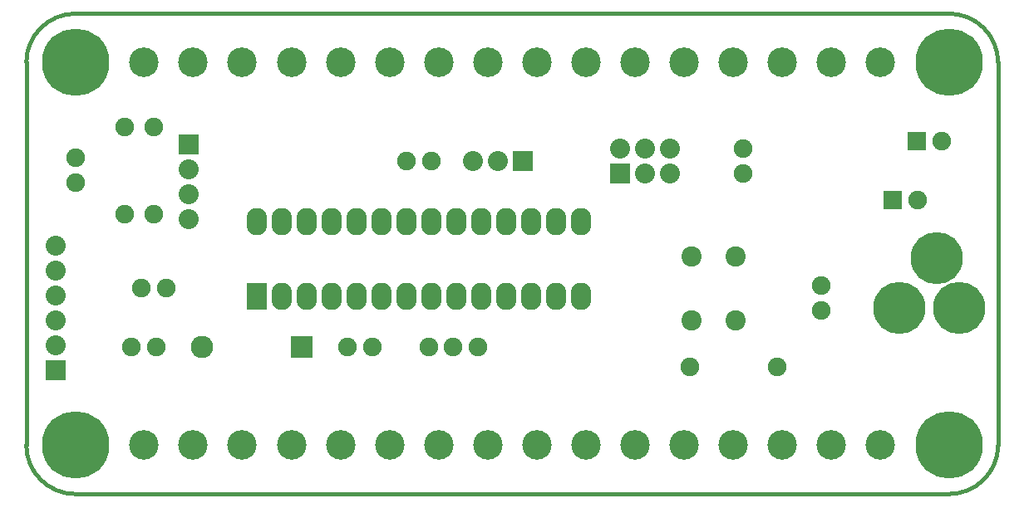
<source format=gbs>
G04 (created by PCBNEW (2013-02-27 BZR 3976)-stable) date 15/04/2013 12:50:54*
%MOIN*%
G04 Gerber Fmt 3.4, Leading zero omitted, Abs format*
%FSLAX34Y34*%
G01*
G70*
G90*
G04 APERTURE LIST*
%ADD10C,3.14961e-006*%
%ADD11C,0.015*%
%ADD12C,0.09*%
%ADD13R,0.09X0.09*%
%ADD14O,0.082X0.11*%
%ADD15R,0.082X0.11*%
%ADD16C,0.075*%
%ADD17R,0.08X0.08*%
%ADD18C,0.08*%
%ADD19R,0.075X0.075*%
%ADD20C,0.1184*%
%ADD21C,0.081*%
%ADD22C,0.209*%
%ADD23C,0.27*%
G04 APERTURE END LIST*
G54D10*
G54D11*
X36407Y-31236D02*
X71446Y-31236D01*
X34438Y-48559D02*
X34438Y-33204D01*
X71446Y-50527D02*
X36407Y-50527D01*
X73414Y-33204D02*
X73414Y-48559D01*
X34438Y-48559D02*
G75*
G03X36407Y-50527I1968J0D01*
G74*
G01*
X71446Y-50527D02*
G75*
G03X73414Y-48559I0J1968D01*
G74*
G01*
X73414Y-33204D02*
G75*
G03X71446Y-31236I-1968J0D01*
G74*
G01*
X36407Y-31236D02*
G75*
G03X34438Y-33204I0J-1968D01*
G74*
G01*
G54D12*
X41493Y-44622D03*
G54D13*
X45493Y-44622D03*
G54D14*
X44686Y-42578D03*
X45686Y-42578D03*
X46686Y-42578D03*
X47686Y-42578D03*
X48686Y-42578D03*
X49686Y-42578D03*
X50686Y-42578D03*
X51686Y-42578D03*
X52686Y-42578D03*
X53686Y-42578D03*
X54686Y-42578D03*
X55686Y-42578D03*
X56686Y-42578D03*
G54D15*
X43686Y-42578D03*
G54D14*
X56686Y-39578D03*
X55686Y-39578D03*
X54686Y-39578D03*
X53686Y-39578D03*
X52686Y-39578D03*
X51686Y-39578D03*
X50686Y-39578D03*
X49686Y-39578D03*
X48686Y-39578D03*
X47686Y-39578D03*
X46686Y-39578D03*
X45686Y-39578D03*
X44686Y-39578D03*
X43686Y-39578D03*
G54D16*
X39556Y-39285D03*
X39556Y-35785D03*
X38375Y-39285D03*
X38375Y-35785D03*
X64535Y-45409D03*
X61035Y-45409D03*
G54D17*
X58241Y-37641D03*
G54D18*
X58241Y-36641D03*
X59241Y-37641D03*
X59241Y-36641D03*
X60241Y-37641D03*
X60241Y-36641D03*
G54D19*
X70159Y-36354D03*
G54D16*
X71159Y-36354D03*
G54D19*
X69174Y-38716D03*
G54D16*
X70174Y-38716D03*
X63178Y-36641D03*
X63178Y-37641D03*
X50686Y-37141D03*
X49686Y-37141D03*
X39662Y-44622D03*
X38662Y-44622D03*
X47324Y-44622D03*
X48324Y-44622D03*
X36407Y-37035D03*
X36407Y-38035D03*
X39056Y-42259D03*
X40056Y-42259D03*
X66328Y-42153D03*
X66328Y-43153D03*
G54D20*
X52942Y-48559D03*
X50973Y-48559D03*
X49005Y-48559D03*
X47036Y-48559D03*
X45068Y-48559D03*
X43099Y-48559D03*
X41131Y-48559D03*
X39162Y-48559D03*
X54911Y-33204D03*
X56880Y-33204D03*
X58848Y-33204D03*
X60817Y-33204D03*
X62785Y-33204D03*
X64754Y-33204D03*
X66722Y-33204D03*
X68691Y-33204D03*
X39162Y-33204D03*
X41131Y-33204D03*
X43099Y-33204D03*
X45068Y-33204D03*
X47036Y-33204D03*
X49005Y-33204D03*
X50973Y-33204D03*
X52942Y-33204D03*
X68690Y-48559D03*
X66721Y-48559D03*
X64753Y-48559D03*
X62784Y-48559D03*
X60816Y-48559D03*
X58847Y-48559D03*
X56879Y-48559D03*
X54910Y-48559D03*
G54D17*
X35619Y-45547D03*
G54D18*
X35619Y-44547D03*
X35619Y-43547D03*
X35619Y-42547D03*
X35619Y-41547D03*
X35619Y-40547D03*
G54D17*
X40950Y-36500D03*
G54D18*
X40950Y-37500D03*
X40950Y-38500D03*
X40950Y-39500D03*
G54D21*
X61111Y-40979D03*
X62883Y-40979D03*
X61111Y-43539D03*
X62883Y-43539D03*
G54D16*
X50580Y-44622D03*
X52548Y-44622D03*
X51564Y-44622D03*
G54D22*
X71840Y-43047D03*
X69440Y-43047D03*
X70940Y-41047D03*
G54D17*
X54336Y-37141D03*
G54D18*
X53336Y-37141D03*
X52336Y-37141D03*
G54D23*
X36407Y-33204D03*
X36407Y-48559D03*
X71446Y-33204D03*
X71446Y-48559D03*
M02*

</source>
